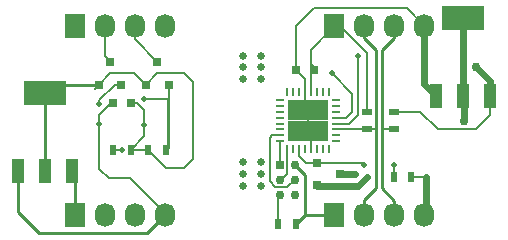
<source format=gbr>
G04 #@! TF.FileFunction,Copper,L1,Top,Signal*
%FSLAX46Y46*%
G04 Gerber Fmt 4.6, Leading zero omitted, Abs format (unit mm)*
G04 Created by KiCad (PCBNEW (2015-09-02 BZR 6149, Git 4a56ee4)-product) date 11/10/2015 2:24:38 PM*
%MOMM*%
G01*
G04 APERTURE LIST*
%ADD10C,0.100000*%
%ADD11R,0.800000X0.750000*%
%ADD12R,0.250000X0.700000*%
%ADD13R,0.700000X0.250000*%
%ADD14R,1.725000X1.725000*%
%ADD15R,1.727200X2.032000*%
%ADD16O,1.727200X2.032000*%
%ADD17R,0.800100X0.800100*%
%ADD18R,0.900000X0.500000*%
%ADD19R,0.500000X0.900000*%
%ADD20R,3.657600X2.032000*%
%ADD21R,1.016000X2.032000*%
%ADD22C,0.635000*%
%ADD23R,0.762000X0.762000*%
%ADD24C,0.762000*%
%ADD25C,0.508000*%
%ADD26C,0.152400*%
%ADD27C,0.254000*%
%ADD28C,0.600000*%
%ADD29C,0.250000*%
G04 APERTURE END LIST*
D10*
D11*
X76250000Y-55750000D03*
X74750000Y-55750000D03*
X60750000Y-58500000D03*
X59250000Y-58500000D03*
D12*
X77500000Y-57600000D03*
X77000000Y-57600000D03*
X76500000Y-57600000D03*
X76000000Y-57600000D03*
X75500000Y-57600000D03*
X75000000Y-57600000D03*
X74500000Y-57600000D03*
X74000000Y-57600000D03*
D13*
X73350000Y-58250000D03*
X73350000Y-58750000D03*
X73350000Y-59250000D03*
X73350000Y-59750000D03*
X73350000Y-60250000D03*
X73350000Y-60750000D03*
X73350000Y-61250000D03*
X73350000Y-61750000D03*
D12*
X74000000Y-62400000D03*
X74500000Y-62400000D03*
X75000000Y-62400000D03*
X75500000Y-62400000D03*
X76000000Y-62400000D03*
X76500000Y-62400000D03*
X77000000Y-62400000D03*
X77500000Y-62400000D03*
D13*
X78150000Y-61750000D03*
X78150000Y-61250000D03*
X78150000Y-60750000D03*
X78150000Y-60250000D03*
X78150000Y-59750000D03*
X78150000Y-59250000D03*
X78150000Y-58750000D03*
X78150000Y-58250000D03*
D14*
X74887500Y-60862500D03*
X76612500Y-60862500D03*
X74887500Y-59137500D03*
X76612500Y-59137500D03*
D15*
X78000000Y-52000000D03*
D16*
X80540000Y-52000000D03*
X83080000Y-52000000D03*
X85620000Y-52000000D03*
D15*
X78000000Y-68000000D03*
D16*
X80540000Y-68000000D03*
X83080000Y-68000000D03*
X85620000Y-68000000D03*
D15*
X56000000Y-52000000D03*
D16*
X58540000Y-52000000D03*
X61080000Y-52000000D03*
X63620000Y-52000000D03*
D15*
X56000000Y-68000000D03*
D16*
X58540000Y-68000000D03*
X61080000Y-68000000D03*
X63620000Y-68000000D03*
D17*
X58050000Y-57000760D03*
X59950000Y-57000760D03*
X59000000Y-55001780D03*
X62050000Y-57000760D03*
X63950000Y-57000760D03*
X63000000Y-55001780D03*
D18*
X83000000Y-59250000D03*
X83000000Y-60750000D03*
X80750000Y-59250000D03*
X80750000Y-60750000D03*
D19*
X60750000Y-62500000D03*
X59250000Y-62500000D03*
X62250000Y-62500000D03*
X63750000Y-62500000D03*
X74750000Y-68750000D03*
X73250000Y-68750000D03*
X83000000Y-64750000D03*
X84500000Y-64750000D03*
D17*
X76499240Y-63550000D03*
X76499240Y-65450000D03*
X78498220Y-64500000D03*
D20*
X53500000Y-57698000D03*
D21*
X53500000Y-64302000D03*
X55786000Y-64302000D03*
X51214000Y-64302000D03*
D20*
X88900000Y-51308000D03*
D21*
X88900000Y-57912000D03*
X91186000Y-57912000D03*
X86614000Y-57912000D03*
D22*
X70250000Y-54500000D03*
X70250000Y-55500000D03*
X70250000Y-56500000D03*
X71750000Y-56500000D03*
X71750000Y-55500000D03*
X71750000Y-54500000D03*
X70250000Y-63500000D03*
X70250000Y-64500000D03*
X70250000Y-65500000D03*
X71750000Y-63500000D03*
X71750000Y-64500000D03*
X71750000Y-65500000D03*
D23*
X73365000Y-63730000D03*
D24*
X74635000Y-63730000D03*
X73365000Y-65000000D03*
X74635000Y-65000000D03*
X73365000Y-66270000D03*
X74635000Y-66270000D03*
X90000000Y-55500000D03*
D25*
X80750000Y-64750000D03*
X85750000Y-64750000D03*
X83000000Y-63750000D03*
X80500000Y-63750000D03*
X80000000Y-54500000D03*
X77750000Y-56000000D03*
X58100000Y-58600000D03*
X60000000Y-62500000D03*
X61900000Y-58200000D03*
X79750000Y-64500000D03*
D24*
X89000000Y-60000000D03*
D25*
X61900000Y-60400000D03*
X58100000Y-60300000D03*
D26*
X83000000Y-59250000D02*
X85250000Y-59250000D01*
X91186000Y-59564000D02*
X91186000Y-57912000D01*
X90000000Y-60750000D02*
X91186000Y-59564000D01*
X86750000Y-60750000D02*
X90000000Y-60750000D01*
X85250000Y-59250000D02*
X86750000Y-60750000D01*
X80750000Y-59250000D02*
X80750000Y-54250000D01*
X80750000Y-54250000D02*
X78500000Y-52000000D01*
X78500000Y-52000000D02*
X78000000Y-52000000D01*
X76250000Y-55750000D02*
X76250000Y-55500000D01*
X76250000Y-55500000D02*
X76000000Y-55250000D01*
D27*
X75500000Y-68000000D02*
X78000000Y-68000000D01*
X74635000Y-63730000D02*
X75500000Y-64595000D01*
X75500000Y-68000000D02*
X74750000Y-68750000D01*
X75500000Y-64595000D02*
X75500000Y-68000000D01*
D26*
X76000000Y-57600000D02*
X76000000Y-55250000D01*
X76000000Y-55250000D02*
X76000000Y-54000000D01*
X76000000Y-54000000D02*
X78000000Y-52000000D01*
D28*
X91186000Y-56686000D02*
X91186000Y-57912000D01*
X90000000Y-55500000D02*
X91186000Y-56686000D01*
D26*
X84500000Y-64750000D02*
X85750000Y-64750000D01*
D28*
X76499240Y-65450000D02*
X76549240Y-65500000D01*
X76549240Y-65500000D02*
X80000000Y-65500000D01*
X80000000Y-65500000D02*
X80750000Y-64750000D01*
X85750000Y-64750000D02*
X85750000Y-67870000D01*
X85750000Y-67870000D02*
X85620000Y-68000000D01*
D26*
X75500000Y-57600000D02*
X75500000Y-58525000D01*
X75500000Y-58525000D02*
X74887500Y-59137500D01*
X74887500Y-59137500D02*
X76612500Y-59137500D01*
X76612500Y-59137500D02*
X74887500Y-60862500D01*
X74887500Y-60862500D02*
X76612500Y-60862500D01*
X76612500Y-60862500D02*
X76000000Y-61475000D01*
X76000000Y-61475000D02*
X76000000Y-62400000D01*
X75500000Y-57600000D02*
X75500000Y-56500000D01*
X75500000Y-56500000D02*
X74750000Y-55750000D01*
X74750000Y-55750000D02*
X74750000Y-52000000D01*
X74750000Y-52000000D02*
X76250000Y-50500000D01*
X76250000Y-50500000D02*
X84120000Y-50500000D01*
X84120000Y-50500000D02*
X85620000Y-52000000D01*
D28*
X85620000Y-52000000D02*
X85620000Y-56918000D01*
X85620000Y-56918000D02*
X86614000Y-57912000D01*
D26*
X73350000Y-61750000D02*
X73350000Y-63715000D01*
X73350000Y-63715000D02*
X73365000Y-63730000D01*
X73365000Y-65000000D02*
X73500000Y-65000000D01*
X73500000Y-65000000D02*
X74000000Y-64500000D01*
X74000000Y-64500000D02*
X74000000Y-62400000D01*
X76499240Y-63550000D02*
X80300000Y-63550000D01*
X83000000Y-63750000D02*
X83000000Y-64750000D01*
X80300000Y-63550000D02*
X80500000Y-63750000D01*
X76499240Y-63550000D02*
X76699240Y-63750000D01*
X75000000Y-62400000D02*
X75000000Y-63000000D01*
X75550000Y-63550000D02*
X76499240Y-63550000D01*
X75000000Y-63000000D02*
X75550000Y-63550000D01*
X80750000Y-60750000D02*
X78150000Y-60750000D01*
X78150000Y-60750000D02*
X81500000Y-60750000D01*
D27*
X80540000Y-52000000D02*
X80540000Y-53040000D01*
X80540000Y-66710000D02*
X80540000Y-68000000D01*
X81500000Y-65750000D02*
X80540000Y-66710000D01*
X81500000Y-54000000D02*
X81500000Y-60750000D01*
X81500000Y-60750000D02*
X81500000Y-65750000D01*
X80540000Y-53040000D02*
X81500000Y-54000000D01*
D26*
X83000000Y-60750000D02*
X82000000Y-60750000D01*
X78150000Y-60250000D02*
X79250000Y-60250000D01*
X80000000Y-59500000D02*
X80000000Y-54500000D01*
X79250000Y-60250000D02*
X80000000Y-59500000D01*
D27*
X83080000Y-68000000D02*
X83080000Y-66830000D01*
X83000000Y-53000000D02*
X83080000Y-52000000D01*
X82000000Y-54000000D02*
X83000000Y-53000000D01*
X82000000Y-65750000D02*
X82000000Y-60750000D01*
X82000000Y-60750000D02*
X82000000Y-54000000D01*
X83080000Y-66830000D02*
X82000000Y-65750000D01*
D26*
X79000000Y-59750000D02*
X78150000Y-59750000D01*
X79500000Y-59250000D02*
X79000000Y-59750000D01*
X79500000Y-57750000D02*
X79500000Y-59250000D01*
X77750000Y-56000000D02*
X79500000Y-57750000D01*
X73250000Y-68750000D02*
X73250000Y-66385000D01*
X73250000Y-66385000D02*
X73365000Y-66270000D01*
X72500000Y-62500000D02*
X72500000Y-65125000D01*
X72750000Y-61250000D02*
X72500000Y-61500000D01*
X72500000Y-61500000D02*
X72500000Y-62500000D01*
X73350000Y-61250000D02*
X72750000Y-61250000D01*
X74010000Y-65625000D02*
X74635000Y-65000000D01*
X73000000Y-65625000D02*
X74010000Y-65625000D01*
X72500000Y-65125000D02*
X73000000Y-65625000D01*
X59399240Y-57000760D02*
X59950000Y-57000760D01*
X58100000Y-58300000D02*
X59399240Y-57000760D01*
X58100000Y-58600000D02*
X58100000Y-58300000D01*
X60000000Y-62500000D02*
X59250000Y-62500000D01*
X63750000Y-62500000D02*
X63900000Y-62350000D01*
X63900000Y-62350000D02*
X63900000Y-58300000D01*
X63900000Y-58300000D02*
X63800000Y-58200000D01*
X63800000Y-58200000D02*
X63950000Y-58200000D01*
X63800000Y-58200000D02*
X63900000Y-58200000D01*
X61900000Y-58200000D02*
X63800000Y-58200000D01*
X63950000Y-58200000D02*
X63900000Y-58200000D01*
X63950000Y-57000760D02*
X63950000Y-62300000D01*
X63950000Y-62300000D02*
X63750000Y-62500000D01*
D28*
X78498220Y-64500000D02*
X79750000Y-64500000D01*
X88900000Y-57912000D02*
X88900000Y-51308000D01*
X89000000Y-60000000D02*
X89000000Y-58012000D01*
X89000000Y-58012000D02*
X88900000Y-57912000D01*
D26*
X60750000Y-58500000D02*
X61300000Y-58500000D01*
X61900000Y-59100000D02*
X61900000Y-60400000D01*
X61300000Y-58500000D02*
X61900000Y-59100000D01*
X61900000Y-61300000D02*
X60750000Y-62450000D01*
X61900000Y-60400000D02*
X61900000Y-61300000D01*
X60750000Y-62450000D02*
X60750000Y-62500000D01*
X62050000Y-57000760D02*
X62050000Y-56950000D01*
X62050000Y-56950000D02*
X63000000Y-56000000D01*
X63750000Y-64000000D02*
X62250000Y-62500000D01*
X65250000Y-64000000D02*
X63750000Y-64000000D01*
X66000000Y-63250000D02*
X65250000Y-64000000D01*
X66000000Y-56750000D02*
X66000000Y-63250000D01*
X65250000Y-56000000D02*
X66000000Y-56750000D01*
X63000000Y-56000000D02*
X65250000Y-56000000D01*
X62250000Y-62500000D02*
X60750000Y-62500000D01*
X57750000Y-57300760D02*
X58050000Y-57000760D01*
X58050000Y-57000760D02*
X58050000Y-56950000D01*
X58050000Y-56950000D02*
X59000000Y-56000000D01*
X61049240Y-56000000D02*
X62050000Y-57000760D01*
X59000000Y-56000000D02*
X61049240Y-56000000D01*
D27*
X53500000Y-64302000D02*
X53500000Y-57698000D01*
X53500000Y-57698000D02*
X54197240Y-57000760D01*
X54197240Y-57000760D02*
X58050000Y-57000760D01*
D26*
X63620000Y-68000000D02*
X63620000Y-67820000D01*
X63620000Y-67820000D02*
X60700000Y-64900000D01*
X58100000Y-64100000D02*
X58100000Y-60300000D01*
X58900000Y-64900000D02*
X58100000Y-64100000D01*
X60700000Y-64900000D02*
X58900000Y-64900000D01*
X59250000Y-58500000D02*
X59100000Y-58500000D01*
X59100000Y-58500000D02*
X58100000Y-59500000D01*
X58100000Y-59500000D02*
X58100000Y-60300000D01*
D27*
X51214000Y-64302000D02*
X51214000Y-67714000D01*
X62120000Y-69500000D02*
X63620000Y-68000000D01*
X53000000Y-69500000D02*
X62120000Y-69500000D01*
X51214000Y-67714000D02*
X53000000Y-69500000D01*
X56000000Y-68000000D02*
X56000000Y-64516000D01*
X56000000Y-64516000D02*
X55786000Y-64302000D01*
D29*
X56000000Y-68000000D02*
X55786000Y-67786000D01*
D26*
X58540000Y-52000000D02*
X58540000Y-54541780D01*
X58540000Y-54541780D02*
X59000000Y-55001780D01*
X61080000Y-52000000D02*
X61080000Y-53081780D01*
X61080000Y-53081780D02*
X63000000Y-55001780D01*
M02*

</source>
